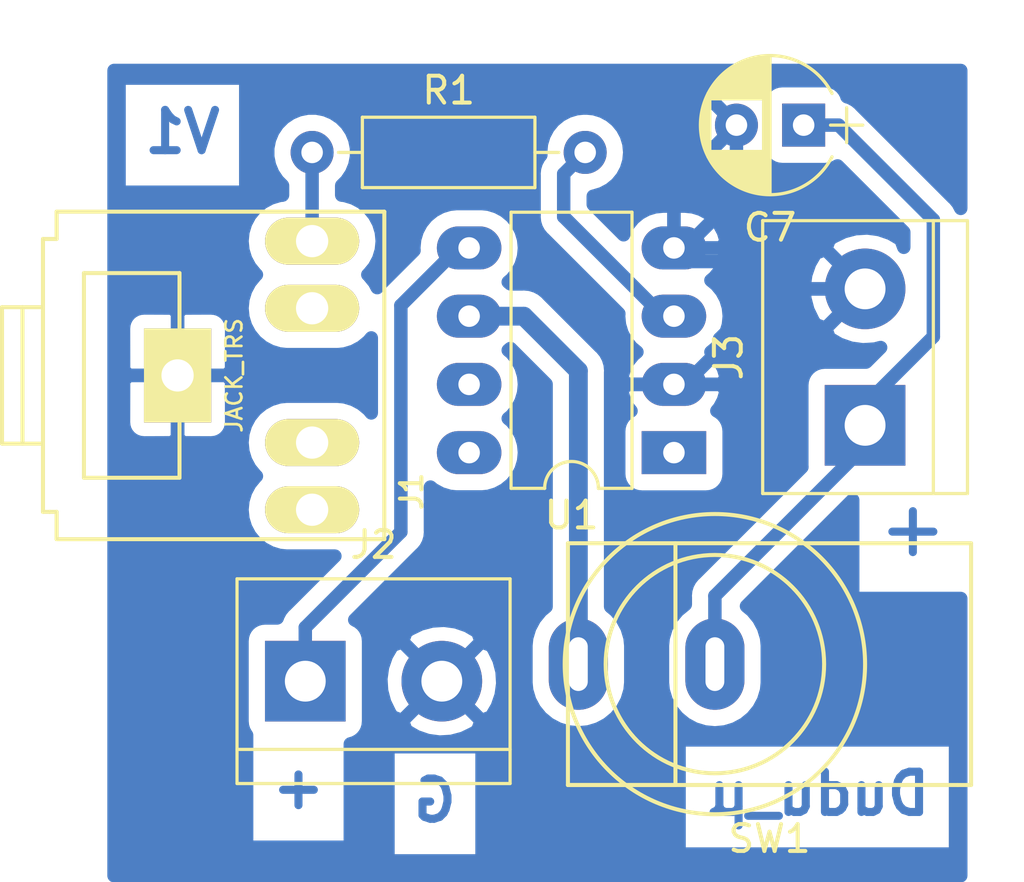
<source format=kicad_pcb>
(kicad_pcb (version 20171130) (host pcbnew "(5.1.2)-2")

  (general
    (thickness 1.6)
    (drawings 5)
    (tracks 51)
    (zones 0)
    (modules 7)
    (nets 13)
  )

  (page A4)
  (layers
    (0 F.Cu signal)
    (31 B.Cu signal)
    (32 B.Adhes user)
    (33 F.Adhes user)
    (34 B.Paste user)
    (35 F.Paste user)
    (36 B.SilkS user)
    (37 F.SilkS user)
    (38 B.Mask user)
    (39 F.Mask user)
    (40 Dwgs.User user)
    (41 Cmts.User user)
    (42 Eco1.User user)
    (43 Eco2.User user)
    (44 Edge.Cuts user)
    (45 Margin user)
    (46 B.CrtYd user)
    (47 F.CrtYd user)
    (48 B.Fab user)
    (49 F.Fab user)
  )

  (setup
    (last_trace_width 0.25)
    (trace_clearance 0.2)
    (zone_clearance 0.6)
    (zone_45_only no)
    (trace_min 0.2)
    (via_size 0.8)
    (via_drill 0.4)
    (via_min_size 0.4)
    (via_min_drill 0.3)
    (uvia_size 0.3)
    (uvia_drill 0.1)
    (uvias_allowed no)
    (uvia_min_size 0.2)
    (uvia_min_drill 0.1)
    (edge_width 0.05)
    (segment_width 0.2)
    (pcb_text_width 0.3)
    (pcb_text_size 1.5 1.5)
    (mod_edge_width 0.12)
    (mod_text_size 1 1)
    (mod_text_width 0.15)
    (pad_size 1.524 1.524)
    (pad_drill 0.762)
    (pad_to_mask_clearance 0.051)
    (solder_mask_min_width 0.25)
    (aux_axis_origin 0 0)
    (visible_elements 7FFFFFFF)
    (pcbplotparams
      (layerselection 0x00040_7ffffffe)
      (usegerberextensions false)
      (usegerberattributes false)
      (usegerberadvancedattributes false)
      (creategerberjobfile false)
      (excludeedgelayer true)
      (linewidth 0.100000)
      (plotframeref false)
      (viasonmask false)
      (mode 1)
      (useauxorigin false)
      (hpglpennumber 1)
      (hpglpenspeed 20)
      (hpglpendiameter 15.000000)
      (psnegative false)
      (psa4output false)
      (plotreference true)
      (plotvalue true)
      (plotinvisibletext false)
      (padsonsilk false)
      (subtractmaskfromsilk false)
      (outputformat 4)
      (mirror false)
      (drillshape 2)
      (scaleselection 1)
      (outputdirectory "Fotolitos/Placa Emissora/"))
  )

  (net 0 "")
  (net 1 GND)
  (net 2 "Net-(J1-Pad2)")
  (net 3 "Net-(J1-Pad3)")
  (net 4 "Net-(J1-Pad4)")
  (net 5 "Net-(J1-Pad5)")
  (net 6 VCC)
  (net 7 "Net-(C7-Pad1)")
  (net 8 "Net-(J2-Pad1)")
  (net 9 "Net-(R1-Pad2)")
  (net 10 "Net-(U1-Pad8)")
  (net 11 "Net-(U1-Pad7)")
  (net 12 "Net-(U1-Pad1)")

  (net_class Default "Esta é a classe de rede padrão."
    (clearance 0.2)
    (trace_width 0.25)
    (via_dia 0.8)
    (via_drill 0.4)
    (uvia_dia 0.3)
    (uvia_drill 0.1)
  )

  (net_class Kek ""
    (clearance 0.2)
    (trace_width 0.5)
    (via_dia 0.8)
    (via_drill 0.5)
    (uvia_dia 0.3)
    (uvia_drill 0.1)
    (add_net GND)
    (add_net "Net-(C7-Pad1)")
    (add_net "Net-(J1-Pad2)")
    (add_net "Net-(J1-Pad3)")
    (add_net "Net-(J1-Pad4)")
    (add_net "Net-(J1-Pad5)")
    (add_net "Net-(J2-Pad1)")
    (add_net "Net-(R1-Pad2)")
    (add_net "Net-(U1-Pad1)")
    (add_net "Net-(U1-Pad7)")
    (add_net "Net-(U1-Pad8)")
  )

  (net_class Vcc ""
    (clearance 0.2)
    (trace_width 0.7)
    (via_dia 0.8)
    (via_drill 0.4)
    (uvia_dia 0.3)
    (uvia_drill 0.1)
    (add_net VCC)
  )

  (module Capacitors_THT:CP_Radial_D5.0mm_P2.50mm (layer F.Cu) (tedit 597BC7C2) (tstamp 5DDD2CAB)
    (at 100.584 46.482 180)
    (descr "CP, Radial series, Radial, pin pitch=2.50mm, , diameter=5mm, Electrolytic Capacitor")
    (tags "CP Radial series Radial pin pitch 2.50mm  diameter 5mm Electrolytic Capacitor")
    (path /5DDE1F27)
    (fp_text reference C7 (at 1.25 -3.81) (layer F.SilkS)
      (effects (font (size 1 1) (thickness 0.15)))
    )
    (fp_text value CP_500nF_ou_Mais (at 1.25 3.81) (layer F.Fab)
      (effects (font (size 1 1) (thickness 0.15)))
    )
    (fp_text user %R (at 1.25 0) (layer F.Fab)
      (effects (font (size 1 1) (thickness 0.15)))
    )
    (fp_line (start 4.1 -2.85) (end -1.6 -2.85) (layer F.CrtYd) (width 0.05))
    (fp_line (start 4.1 2.85) (end 4.1 -2.85) (layer F.CrtYd) (width 0.05))
    (fp_line (start -1.6 2.85) (end 4.1 2.85) (layer F.CrtYd) (width 0.05))
    (fp_line (start -1.6 -2.85) (end -1.6 2.85) (layer F.CrtYd) (width 0.05))
    (fp_line (start -1.6 -0.65) (end -1.6 0.65) (layer F.SilkS) (width 0.12))
    (fp_line (start -2.2 0) (end -1 0) (layer F.SilkS) (width 0.12))
    (fp_line (start 3.811 -0.354) (end 3.811 0.354) (layer F.SilkS) (width 0.12))
    (fp_line (start 3.771 -0.559) (end 3.771 0.559) (layer F.SilkS) (width 0.12))
    (fp_line (start 3.731 -0.707) (end 3.731 0.707) (layer F.SilkS) (width 0.12))
    (fp_line (start 3.691 -0.829) (end 3.691 0.829) (layer F.SilkS) (width 0.12))
    (fp_line (start 3.651 -0.934) (end 3.651 0.934) (layer F.SilkS) (width 0.12))
    (fp_line (start 3.611 -1.028) (end 3.611 1.028) (layer F.SilkS) (width 0.12))
    (fp_line (start 3.571 -1.112) (end 3.571 1.112) (layer F.SilkS) (width 0.12))
    (fp_line (start 3.531 -1.189) (end 3.531 1.189) (layer F.SilkS) (width 0.12))
    (fp_line (start 3.491 -1.261) (end 3.491 1.261) (layer F.SilkS) (width 0.12))
    (fp_line (start 3.451 0.98) (end 3.451 1.327) (layer F.SilkS) (width 0.12))
    (fp_line (start 3.451 -1.327) (end 3.451 -0.98) (layer F.SilkS) (width 0.12))
    (fp_line (start 3.411 0.98) (end 3.411 1.39) (layer F.SilkS) (width 0.12))
    (fp_line (start 3.411 -1.39) (end 3.411 -0.98) (layer F.SilkS) (width 0.12))
    (fp_line (start 3.371 0.98) (end 3.371 1.448) (layer F.SilkS) (width 0.12))
    (fp_line (start 3.371 -1.448) (end 3.371 -0.98) (layer F.SilkS) (width 0.12))
    (fp_line (start 3.331 0.98) (end 3.331 1.504) (layer F.SilkS) (width 0.12))
    (fp_line (start 3.331 -1.504) (end 3.331 -0.98) (layer F.SilkS) (width 0.12))
    (fp_line (start 3.291 0.98) (end 3.291 1.556) (layer F.SilkS) (width 0.12))
    (fp_line (start 3.291 -1.556) (end 3.291 -0.98) (layer F.SilkS) (width 0.12))
    (fp_line (start 3.251 0.98) (end 3.251 1.606) (layer F.SilkS) (width 0.12))
    (fp_line (start 3.251 -1.606) (end 3.251 -0.98) (layer F.SilkS) (width 0.12))
    (fp_line (start 3.211 0.98) (end 3.211 1.654) (layer F.SilkS) (width 0.12))
    (fp_line (start 3.211 -1.654) (end 3.211 -0.98) (layer F.SilkS) (width 0.12))
    (fp_line (start 3.171 0.98) (end 3.171 1.699) (layer F.SilkS) (width 0.12))
    (fp_line (start 3.171 -1.699) (end 3.171 -0.98) (layer F.SilkS) (width 0.12))
    (fp_line (start 3.131 0.98) (end 3.131 1.742) (layer F.SilkS) (width 0.12))
    (fp_line (start 3.131 -1.742) (end 3.131 -0.98) (layer F.SilkS) (width 0.12))
    (fp_line (start 3.091 0.98) (end 3.091 1.783) (layer F.SilkS) (width 0.12))
    (fp_line (start 3.091 -1.783) (end 3.091 -0.98) (layer F.SilkS) (width 0.12))
    (fp_line (start 3.051 0.98) (end 3.051 1.823) (layer F.SilkS) (width 0.12))
    (fp_line (start 3.051 -1.823) (end 3.051 -0.98) (layer F.SilkS) (width 0.12))
    (fp_line (start 3.011 0.98) (end 3.011 1.861) (layer F.SilkS) (width 0.12))
    (fp_line (start 3.011 -1.861) (end 3.011 -0.98) (layer F.SilkS) (width 0.12))
    (fp_line (start 2.971 0.98) (end 2.971 1.897) (layer F.SilkS) (width 0.12))
    (fp_line (start 2.971 -1.897) (end 2.971 -0.98) (layer F.SilkS) (width 0.12))
    (fp_line (start 2.931 0.98) (end 2.931 1.932) (layer F.SilkS) (width 0.12))
    (fp_line (start 2.931 -1.932) (end 2.931 -0.98) (layer F.SilkS) (width 0.12))
    (fp_line (start 2.891 0.98) (end 2.891 1.965) (layer F.SilkS) (width 0.12))
    (fp_line (start 2.891 -1.965) (end 2.891 -0.98) (layer F.SilkS) (width 0.12))
    (fp_line (start 2.851 0.98) (end 2.851 1.997) (layer F.SilkS) (width 0.12))
    (fp_line (start 2.851 -1.997) (end 2.851 -0.98) (layer F.SilkS) (width 0.12))
    (fp_line (start 2.811 0.98) (end 2.811 2.028) (layer F.SilkS) (width 0.12))
    (fp_line (start 2.811 -2.028) (end 2.811 -0.98) (layer F.SilkS) (width 0.12))
    (fp_line (start 2.771 0.98) (end 2.771 2.058) (layer F.SilkS) (width 0.12))
    (fp_line (start 2.771 -2.058) (end 2.771 -0.98) (layer F.SilkS) (width 0.12))
    (fp_line (start 2.731 0.98) (end 2.731 2.086) (layer F.SilkS) (width 0.12))
    (fp_line (start 2.731 -2.086) (end 2.731 -0.98) (layer F.SilkS) (width 0.12))
    (fp_line (start 2.691 0.98) (end 2.691 2.113) (layer F.SilkS) (width 0.12))
    (fp_line (start 2.691 -2.113) (end 2.691 -0.98) (layer F.SilkS) (width 0.12))
    (fp_line (start 2.651 0.98) (end 2.651 2.14) (layer F.SilkS) (width 0.12))
    (fp_line (start 2.651 -2.14) (end 2.651 -0.98) (layer F.SilkS) (width 0.12))
    (fp_line (start 2.611 0.98) (end 2.611 2.165) (layer F.SilkS) (width 0.12))
    (fp_line (start 2.611 -2.165) (end 2.611 -0.98) (layer F.SilkS) (width 0.12))
    (fp_line (start 2.571 0.98) (end 2.571 2.189) (layer F.SilkS) (width 0.12))
    (fp_line (start 2.571 -2.189) (end 2.571 -0.98) (layer F.SilkS) (width 0.12))
    (fp_line (start 2.531 0.98) (end 2.531 2.212) (layer F.SilkS) (width 0.12))
    (fp_line (start 2.531 -2.212) (end 2.531 -0.98) (layer F.SilkS) (width 0.12))
    (fp_line (start 2.491 0.98) (end 2.491 2.234) (layer F.SilkS) (width 0.12))
    (fp_line (start 2.491 -2.234) (end 2.491 -0.98) (layer F.SilkS) (width 0.12))
    (fp_line (start 2.451 0.98) (end 2.451 2.256) (layer F.SilkS) (width 0.12))
    (fp_line (start 2.451 -2.256) (end 2.451 -0.98) (layer F.SilkS) (width 0.12))
    (fp_line (start 2.411 0.98) (end 2.411 2.276) (layer F.SilkS) (width 0.12))
    (fp_line (start 2.411 -2.276) (end 2.411 -0.98) (layer F.SilkS) (width 0.12))
    (fp_line (start 2.371 0.98) (end 2.371 2.296) (layer F.SilkS) (width 0.12))
    (fp_line (start 2.371 -2.296) (end 2.371 -0.98) (layer F.SilkS) (width 0.12))
    (fp_line (start 2.331 0.98) (end 2.331 2.315) (layer F.SilkS) (width 0.12))
    (fp_line (start 2.331 -2.315) (end 2.331 -0.98) (layer F.SilkS) (width 0.12))
    (fp_line (start 2.291 0.98) (end 2.291 2.333) (layer F.SilkS) (width 0.12))
    (fp_line (start 2.291 -2.333) (end 2.291 -0.98) (layer F.SilkS) (width 0.12))
    (fp_line (start 2.251 0.98) (end 2.251 2.35) (layer F.SilkS) (width 0.12))
    (fp_line (start 2.251 -2.35) (end 2.251 -0.98) (layer F.SilkS) (width 0.12))
    (fp_line (start 2.211 0.98) (end 2.211 2.366) (layer F.SilkS) (width 0.12))
    (fp_line (start 2.211 -2.366) (end 2.211 -0.98) (layer F.SilkS) (width 0.12))
    (fp_line (start 2.171 0.98) (end 2.171 2.382) (layer F.SilkS) (width 0.12))
    (fp_line (start 2.171 -2.382) (end 2.171 -0.98) (layer F.SilkS) (width 0.12))
    (fp_line (start 2.131 0.98) (end 2.131 2.396) (layer F.SilkS) (width 0.12))
    (fp_line (start 2.131 -2.396) (end 2.131 -0.98) (layer F.SilkS) (width 0.12))
    (fp_line (start 2.091 0.98) (end 2.091 2.41) (layer F.SilkS) (width 0.12))
    (fp_line (start 2.091 -2.41) (end 2.091 -0.98) (layer F.SilkS) (width 0.12))
    (fp_line (start 2.051 0.98) (end 2.051 2.424) (layer F.SilkS) (width 0.12))
    (fp_line (start 2.051 -2.424) (end 2.051 -0.98) (layer F.SilkS) (width 0.12))
    (fp_line (start 2.011 0.98) (end 2.011 2.436) (layer F.SilkS) (width 0.12))
    (fp_line (start 2.011 -2.436) (end 2.011 -0.98) (layer F.SilkS) (width 0.12))
    (fp_line (start 1.971 0.98) (end 1.971 2.448) (layer F.SilkS) (width 0.12))
    (fp_line (start 1.971 -2.448) (end 1.971 -0.98) (layer F.SilkS) (width 0.12))
    (fp_line (start 1.93 0.98) (end 1.93 2.46) (layer F.SilkS) (width 0.12))
    (fp_line (start 1.93 -2.46) (end 1.93 -0.98) (layer F.SilkS) (width 0.12))
    (fp_line (start 1.89 0.98) (end 1.89 2.47) (layer F.SilkS) (width 0.12))
    (fp_line (start 1.89 -2.47) (end 1.89 -0.98) (layer F.SilkS) (width 0.12))
    (fp_line (start 1.85 0.98) (end 1.85 2.48) (layer F.SilkS) (width 0.12))
    (fp_line (start 1.85 -2.48) (end 1.85 -0.98) (layer F.SilkS) (width 0.12))
    (fp_line (start 1.81 0.98) (end 1.81 2.489) (layer F.SilkS) (width 0.12))
    (fp_line (start 1.81 -2.489) (end 1.81 -0.98) (layer F.SilkS) (width 0.12))
    (fp_line (start 1.77 0.98) (end 1.77 2.498) (layer F.SilkS) (width 0.12))
    (fp_line (start 1.77 -2.498) (end 1.77 -0.98) (layer F.SilkS) (width 0.12))
    (fp_line (start 1.73 0.98) (end 1.73 2.506) (layer F.SilkS) (width 0.12))
    (fp_line (start 1.73 -2.506) (end 1.73 -0.98) (layer F.SilkS) (width 0.12))
    (fp_line (start 1.69 0.98) (end 1.69 2.513) (layer F.SilkS) (width 0.12))
    (fp_line (start 1.69 -2.513) (end 1.69 -0.98) (layer F.SilkS) (width 0.12))
    (fp_line (start 1.65 0.98) (end 1.65 2.519) (layer F.SilkS) (width 0.12))
    (fp_line (start 1.65 -2.519) (end 1.65 -0.98) (layer F.SilkS) (width 0.12))
    (fp_line (start 1.61 0.98) (end 1.61 2.525) (layer F.SilkS) (width 0.12))
    (fp_line (start 1.61 -2.525) (end 1.61 -0.98) (layer F.SilkS) (width 0.12))
    (fp_line (start 1.57 0.98) (end 1.57 2.531) (layer F.SilkS) (width 0.12))
    (fp_line (start 1.57 -2.531) (end 1.57 -0.98) (layer F.SilkS) (width 0.12))
    (fp_line (start 1.53 0.98) (end 1.53 2.535) (layer F.SilkS) (width 0.12))
    (fp_line (start 1.53 -2.535) (end 1.53 -0.98) (layer F.SilkS) (width 0.12))
    (fp_line (start 1.49 -2.539) (end 1.49 2.539) (layer F.SilkS) (width 0.12))
    (fp_line (start 1.45 -2.543) (end 1.45 2.543) (layer F.SilkS) (width 0.12))
    (fp_line (start 1.41 -2.546) (end 1.41 2.546) (layer F.SilkS) (width 0.12))
    (fp_line (start 1.37 -2.548) (end 1.37 2.548) (layer F.SilkS) (width 0.12))
    (fp_line (start 1.33 -2.549) (end 1.33 2.549) (layer F.SilkS) (width 0.12))
    (fp_line (start 1.29 -2.55) (end 1.29 2.55) (layer F.SilkS) (width 0.12))
    (fp_line (start 1.25 -2.55) (end 1.25 2.55) (layer F.SilkS) (width 0.12))
    (fp_line (start -1.6 -0.65) (end -1.6 0.65) (layer F.Fab) (width 0.1))
    (fp_line (start -2.2 0) (end -1 0) (layer F.Fab) (width 0.1))
    (fp_circle (center 1.25 0) (end 3.75 0) (layer F.Fab) (width 0.1))
    (fp_arc (start 1.25 0) (end 3.55558 -1.18) (angle 54.2) (layer F.SilkS) (width 0.12))
    (fp_arc (start 1.25 0) (end -1.05558 1.18) (angle -125.8) (layer F.SilkS) (width 0.12))
    (fp_arc (start 1.25 0) (end -1.05558 -1.18) (angle 125.8) (layer F.SilkS) (width 0.12))
    (pad 2 thru_hole circle (at 2.5 0 180) (size 1.6 1.6) (drill 0.8) (layers *.Cu *.Mask)
      (net 1 GND))
    (pad 1 thru_hole rect (at 0 0 180) (size 1.6 1.6) (drill 0.8) (layers *.Cu *.Mask)
      (net 7 "Net-(C7-Pad1)"))
    (model ${KISYS3DMOD}/Capacitors_THT.3dshapes/CP_Radial_D5.0mm_P2.50mm.wrl
      (at (xyz 0 0 0))
      (scale (xyz 1 1 1))
      (rotate (xyz 0 0 0))
    )
  )

  (module Connector:Tayda_3.5mm_stereo_TRS_jack_A-853 (layer F.Cu) (tedit 56D1364A) (tstamp 5DDD2911)
    (at 78.886 55.8 90)
    (path /5DD7CE74)
    (fp_text reference J1 (at -4.318 7.112 90) (layer F.SilkS)
      (effects (font (size 0.8 0.8) (thickness 0.15)))
    )
    (fp_text value JACK_TRS (at 0 0.508 90) (layer F.SilkS)
      (effects (font (size 0.6 0.6) (thickness 0.1)))
    )
    (fp_line (start -1.778 -1.524) (end -3.81 -1.524) (layer F.SilkS) (width 0.15))
    (fp_line (start -3.81 -1.524) (end -3.81 -5.08) (layer F.SilkS) (width 0.15))
    (fp_line (start -3.81 -5.08) (end 3.81 -5.08) (layer F.SilkS) (width 0.15))
    (fp_line (start 3.81 -5.08) (end 3.81 -1.524) (layer F.SilkS) (width 0.15))
    (fp_line (start 3.81 -1.524) (end 1.778 -1.524) (layer F.SilkS) (width 0.15))
    (fp_line (start -5.08 -6.096) (end -6.096 -6.096) (layer F.SilkS) (width 0.15))
    (fp_line (start 6.096 -6.096) (end 5.08 -6.096) (layer F.SilkS) (width 0.15))
    (fp_line (start -2.54 -8.128) (end -2.54 -6.604) (layer F.SilkS) (width 0.15))
    (fp_line (start 2.54 -6.604) (end 2.54 -8.128) (layer F.SilkS) (width 0.15))
    (fp_line (start -2.54 -7.366) (end 2.54 -7.366) (layer F.SilkS) (width 0.15))
    (fp_line (start -5.08 -6.096) (end -5.08 -6.35) (layer F.SilkS) (width 0.15))
    (fp_line (start -5.08 -6.35) (end -5.08 -6.604) (layer F.SilkS) (width 0.15))
    (fp_line (start -5.08 -6.604) (end 5.08 -6.604) (layer F.SilkS) (width 0.15))
    (fp_line (start 5.08 -6.604) (end 5.08 -6.096) (layer F.SilkS) (width 0.15))
    (fp_line (start -2.54 -8.128) (end 2.54 -8.128) (layer F.SilkS) (width 0.15))
    (fp_line (start -6.096 6.096) (end -6.096 -6.096) (layer F.SilkS) (width 0.15))
    (fp_line (start 6.096 -6.096) (end 6.096 6.096) (layer F.SilkS) (width 0.15))
    (fp_line (start 6.096 6.096) (end -6.096 6.096) (layer F.SilkS) (width 0.15))
    (pad 1 thru_hole rect (at 0 -1.596 90) (size 3.5 2.5) (drill 1.2) (layers *.Cu *.Mask F.SilkS)
      (net 1 GND))
    (pad 2 thru_hole oval (at 5 3.41 90) (size 1.75 3.5) (drill 1.2) (layers *.Cu *.Mask F.SilkS)
      (net 2 "Net-(J1-Pad2)"))
    (pad 3 thru_hole oval (at -5 3.41 90) (size 1.75 3.5) (drill 1.2) (layers *.Cu *.Mask F.SilkS)
      (net 3 "Net-(J1-Pad3)"))
    (pad 4 thru_hole oval (at 2.5 3.41 90) (size 1.75 3.5) (drill 1.2) (layers *.Cu *.Mask F.SilkS)
      (net 4 "Net-(J1-Pad4)"))
    (pad 5 thru_hole oval (at -2.5 3.41 90) (size 1.75 3.5) (drill 1.2) (layers *.Cu *.Mask F.SilkS)
      (net 5 "Net-(J1-Pad5)"))
  )

  (module Connectors_Terminal_Blocks:TerminalBlock_bornier-2_P5.08mm (layer F.Cu) (tedit 59FF03AB) (tstamp 5DDD2926)
    (at 82.042 67.183)
    (descr "simple 2-pin terminal block, pitch 5.08mm, revamped version of bornier2")
    (tags "terminal block bornier2")
    (path /5DDCFC89)
    (fp_text reference J2 (at 2.54 -5.08) (layer F.SilkS)
      (effects (font (size 1 1) (thickness 0.15)))
    )
    (fp_text value Screw_Terminal_Laser (at 2.54 5.08) (layer F.Fab)
      (effects (font (size 1 1) (thickness 0.15)))
    )
    (fp_line (start 7.79 4) (end -2.71 4) (layer F.CrtYd) (width 0.05))
    (fp_line (start 7.79 4) (end 7.79 -4) (layer F.CrtYd) (width 0.05))
    (fp_line (start -2.71 -4) (end -2.71 4) (layer F.CrtYd) (width 0.05))
    (fp_line (start -2.71 -4) (end 7.79 -4) (layer F.CrtYd) (width 0.05))
    (fp_line (start -2.54 3.81) (end 7.62 3.81) (layer F.SilkS) (width 0.12))
    (fp_line (start -2.54 -3.81) (end -2.54 3.81) (layer F.SilkS) (width 0.12))
    (fp_line (start 7.62 -3.81) (end -2.54 -3.81) (layer F.SilkS) (width 0.12))
    (fp_line (start 7.62 3.81) (end 7.62 -3.81) (layer F.SilkS) (width 0.12))
    (fp_line (start 7.62 2.54) (end -2.54 2.54) (layer F.SilkS) (width 0.12))
    (fp_line (start 7.54 -3.75) (end -2.46 -3.75) (layer F.Fab) (width 0.1))
    (fp_line (start 7.54 3.75) (end 7.54 -3.75) (layer F.Fab) (width 0.1))
    (fp_line (start -2.46 3.75) (end 7.54 3.75) (layer F.Fab) (width 0.1))
    (fp_line (start -2.46 -3.75) (end -2.46 3.75) (layer F.Fab) (width 0.1))
    (fp_line (start -2.41 2.55) (end 7.49 2.55) (layer F.Fab) (width 0.1))
    (fp_text user %R (at 2.54 0) (layer F.Fab)
      (effects (font (size 1 1) (thickness 0.15)))
    )
    (pad 2 thru_hole circle (at 5.08 0) (size 3 3) (drill 1.52) (layers *.Cu *.Mask)
      (net 1 GND))
    (pad 1 thru_hole rect (at 0 0) (size 3 3) (drill 1.52) (layers *.Cu *.Mask)
      (net 8 "Net-(J2-Pad1)"))
    (model ${KISYS3DMOD}/Terminal_Blocks.3dshapes/TerminalBlock_bornier-2_P5.08mm.wrl
      (offset (xyz 2.539999961853027 0 0))
      (scale (xyz 1 1 1))
      (rotate (xyz 0 0 0))
    )
  )

  (module Connectors_Terminal_Blocks:TerminalBlock_bornier-2_P5.08mm (layer F.Cu) (tedit 59FF03AB) (tstamp 5DDD293B)
    (at 102.87 57.658 90)
    (descr "simple 2-pin terminal block, pitch 5.08mm, revamped version of bornier2")
    (tags "terminal block bornier2")
    (path /5DDE2C1D)
    (fp_text reference J3 (at 2.54 -5.08 90) (layer F.SilkS)
      (effects (font (size 1 1) (thickness 0.15)))
    )
    (fp_text value Screw_Terminal_Fonte (at 2.54 5.08 90) (layer F.Fab)
      (effects (font (size 1 1) (thickness 0.15)))
    )
    (fp_text user %R (at 2.54 0 90) (layer F.Fab)
      (effects (font (size 1 1) (thickness 0.15)))
    )
    (fp_line (start -2.41 2.55) (end 7.49 2.55) (layer F.Fab) (width 0.1))
    (fp_line (start -2.46 -3.75) (end -2.46 3.75) (layer F.Fab) (width 0.1))
    (fp_line (start -2.46 3.75) (end 7.54 3.75) (layer F.Fab) (width 0.1))
    (fp_line (start 7.54 3.75) (end 7.54 -3.75) (layer F.Fab) (width 0.1))
    (fp_line (start 7.54 -3.75) (end -2.46 -3.75) (layer F.Fab) (width 0.1))
    (fp_line (start 7.62 2.54) (end -2.54 2.54) (layer F.SilkS) (width 0.12))
    (fp_line (start 7.62 3.81) (end 7.62 -3.81) (layer F.SilkS) (width 0.12))
    (fp_line (start 7.62 -3.81) (end -2.54 -3.81) (layer F.SilkS) (width 0.12))
    (fp_line (start -2.54 -3.81) (end -2.54 3.81) (layer F.SilkS) (width 0.12))
    (fp_line (start -2.54 3.81) (end 7.62 3.81) (layer F.SilkS) (width 0.12))
    (fp_line (start -2.71 -4) (end 7.79 -4) (layer F.CrtYd) (width 0.05))
    (fp_line (start -2.71 -4) (end -2.71 4) (layer F.CrtYd) (width 0.05))
    (fp_line (start 7.79 4) (end 7.79 -4) (layer F.CrtYd) (width 0.05))
    (fp_line (start 7.79 4) (end -2.71 4) (layer F.CrtYd) (width 0.05))
    (pad 1 thru_hole rect (at 0 0 90) (size 3 3) (drill 1.52) (layers *.Cu *.Mask)
      (net 7 "Net-(C7-Pad1)"))
    (pad 2 thru_hole circle (at 5.08 0 90) (size 3 3) (drill 1.52) (layers *.Cu *.Mask)
      (net 1 GND))
    (model ${KISYS3DMOD}/Terminal_Blocks.3dshapes/TerminalBlock_bornier-2_P5.08mm.wrl
      (offset (xyz 2.539999961853027 0 0))
      (scale (xyz 1 1 1))
      (rotate (xyz 0 0 0))
    )
  )

  (module Resistors_THT:R_Axial_DIN0207_L6.3mm_D2.5mm_P10.16mm_Horizontal (layer F.Cu) (tedit 5874F706) (tstamp 5DDD2951)
    (at 82.296 47.498)
    (descr "Resistor, Axial_DIN0207 series, Axial, Horizontal, pin pitch=10.16mm, 0.25W = 1/4W, length*diameter=6.3*2.5mm^2, http://cdn-reichelt.de/documents/datenblatt/B400/1_4W%23YAG.pdf")
    (tags "Resistor Axial_DIN0207 series Axial Horizontal pin pitch 10.16mm 0.25W = 1/4W length 6.3mm diameter 2.5mm")
    (path /5DDD6288)
    (fp_text reference R1 (at 5.08 -2.31) (layer F.SilkS)
      (effects (font (size 1 1) (thickness 0.15)))
    )
    (fp_text value R_10K (at 5.08 2.31) (layer F.Fab)
      (effects (font (size 1 1) (thickness 0.15)))
    )
    (fp_line (start 11.25 -1.6) (end -1.05 -1.6) (layer F.CrtYd) (width 0.05))
    (fp_line (start 11.25 1.6) (end 11.25 -1.6) (layer F.CrtYd) (width 0.05))
    (fp_line (start -1.05 1.6) (end 11.25 1.6) (layer F.CrtYd) (width 0.05))
    (fp_line (start -1.05 -1.6) (end -1.05 1.6) (layer F.CrtYd) (width 0.05))
    (fp_line (start 9.18 0) (end 8.29 0) (layer F.SilkS) (width 0.12))
    (fp_line (start 0.98 0) (end 1.87 0) (layer F.SilkS) (width 0.12))
    (fp_line (start 8.29 -1.31) (end 1.87 -1.31) (layer F.SilkS) (width 0.12))
    (fp_line (start 8.29 1.31) (end 8.29 -1.31) (layer F.SilkS) (width 0.12))
    (fp_line (start 1.87 1.31) (end 8.29 1.31) (layer F.SilkS) (width 0.12))
    (fp_line (start 1.87 -1.31) (end 1.87 1.31) (layer F.SilkS) (width 0.12))
    (fp_line (start 10.16 0) (end 8.23 0) (layer F.Fab) (width 0.1))
    (fp_line (start 0 0) (end 1.93 0) (layer F.Fab) (width 0.1))
    (fp_line (start 8.23 -1.25) (end 1.93 -1.25) (layer F.Fab) (width 0.1))
    (fp_line (start 8.23 1.25) (end 8.23 -1.25) (layer F.Fab) (width 0.1))
    (fp_line (start 1.93 1.25) (end 8.23 1.25) (layer F.Fab) (width 0.1))
    (fp_line (start 1.93 -1.25) (end 1.93 1.25) (layer F.Fab) (width 0.1))
    (pad 2 thru_hole oval (at 10.16 0) (size 1.6 1.6) (drill 0.8) (layers *.Cu *.Mask)
      (net 9 "Net-(R1-Pad2)"))
    (pad 1 thru_hole circle (at 0 0) (size 1.6 1.6) (drill 0.8) (layers *.Cu *.Mask)
      (net 2 "Net-(J1-Pad2)"))
    (model ${KISYS3DMOD}/Resistors_THT.3dshapes/R_Axial_DIN0207_L6.3mm_D2.5mm_P10.16mm_Horizontal.wrl
      (at (xyz 0 0 0))
      (scale (xyz 0.393701 0.393701 0.393701))
      (rotate (xyz 0 0 0))
    )
  )

  (module Connector:BotaoOnOffMenor (layer F.Cu) (tedit 5DDD25A8) (tstamp 5DDD382E)
    (at 99.314 66.548)
    (path /5DDD0F13)
    (fp_text reference SW1 (at 0 6.5) (layer F.SilkS)
      (effects (font (size 1 1) (thickness 0.15)))
    )
    (fp_text value SW_SPST (at 0 -6.35) (layer F.Fab)
      (effects (font (size 1 1) (thickness 0.15)))
    )
    (fp_line (start -7.5 4.5) (end 7 4.5) (layer F.SilkS) (width 0.15))
    (fp_line (start 7 4.5) (end 7.5 4.5) (layer F.SilkS) (width 0.15))
    (fp_line (start 7.5 4.5) (end 7.5 -4.5) (layer F.SilkS) (width 0.15))
    (fp_line (start 7.5 -4.5) (end -7.5 -4.5) (layer F.SilkS) (width 0.15))
    (fp_line (start -7.5 -4.5) (end -7.5 4.5) (layer F.SilkS) (width 0.15))
    (fp_line (start -7.5 4.5) (end -3.5 4.5) (layer F.SilkS) (width 0.15))
    (fp_line (start -3.5 4.5) (end -3.5 -4.5) (layer F.SilkS) (width 0.15))
    (fp_circle (center -2.032 0) (end -7.62 0) (layer F.SilkS) (width 0.15))
    (fp_circle (center -2.032 0) (end -2.032 -4.064) (layer F.SilkS) (width 0.15))
    (pad 1 thru_hole oval (at -7.112 0) (size 2.2 3.4) (drill oval 0.7 2) (layers *.Cu *.Mask)
      (net 6 VCC))
    (pad 2 thru_hole oval (at -2.032 0) (size 2.2 3.4) (drill oval 0.7 2) (layers *.Cu *.Mask)
      (net 7 "Net-(C7-Pad1)"))
  )

  (module Housings_DIP:DIP-8_W7.62mm_LongPads (layer F.Cu) (tedit 59C78D6B) (tstamp 5DDD297C)
    (at 95.758 58.674 180)
    (descr "8-lead though-hole mounted DIP package, row spacing 7.62 mm (300 mils), LongPads")
    (tags "THT DIP DIL PDIP 2.54mm 7.62mm 300mil LongPads")
    (path /5DD6A93C)
    (fp_text reference U1 (at 3.81 -2.33) (layer F.SilkS)
      (effects (font (size 1 1) (thickness 0.15)))
    )
    (fp_text value LM386 (at 3.81 9.95) (layer F.Fab)
      (effects (font (size 1 1) (thickness 0.15)))
    )
    (fp_text user %R (at 3.81 3.81) (layer F.Fab)
      (effects (font (size 1 1) (thickness 0.15)))
    )
    (fp_line (start 9.1 -1.55) (end -1.45 -1.55) (layer F.CrtYd) (width 0.05))
    (fp_line (start 9.1 9.15) (end 9.1 -1.55) (layer F.CrtYd) (width 0.05))
    (fp_line (start -1.45 9.15) (end 9.1 9.15) (layer F.CrtYd) (width 0.05))
    (fp_line (start -1.45 -1.55) (end -1.45 9.15) (layer F.CrtYd) (width 0.05))
    (fp_line (start 6.06 -1.33) (end 4.81 -1.33) (layer F.SilkS) (width 0.12))
    (fp_line (start 6.06 8.95) (end 6.06 -1.33) (layer F.SilkS) (width 0.12))
    (fp_line (start 1.56 8.95) (end 6.06 8.95) (layer F.SilkS) (width 0.12))
    (fp_line (start 1.56 -1.33) (end 1.56 8.95) (layer F.SilkS) (width 0.12))
    (fp_line (start 2.81 -1.33) (end 1.56 -1.33) (layer F.SilkS) (width 0.12))
    (fp_line (start 0.635 -0.27) (end 1.635 -1.27) (layer F.Fab) (width 0.1))
    (fp_line (start 0.635 8.89) (end 0.635 -0.27) (layer F.Fab) (width 0.1))
    (fp_line (start 6.985 8.89) (end 0.635 8.89) (layer F.Fab) (width 0.1))
    (fp_line (start 6.985 -1.27) (end 6.985 8.89) (layer F.Fab) (width 0.1))
    (fp_line (start 1.635 -1.27) (end 6.985 -1.27) (layer F.Fab) (width 0.1))
    (fp_arc (start 3.81 -1.33) (end 2.81 -1.33) (angle -180) (layer F.SilkS) (width 0.12))
    (pad 8 thru_hole oval (at 7.62 0 180) (size 2.4 1.6) (drill 0.8) (layers *.Cu *.Mask)
      (net 10 "Net-(U1-Pad8)"))
    (pad 4 thru_hole oval (at 0 7.62 180) (size 2.4 1.6) (drill 0.8) (layers *.Cu *.Mask)
      (net 1 GND))
    (pad 7 thru_hole oval (at 7.62 2.54 180) (size 2.4 1.6) (drill 0.8) (layers *.Cu *.Mask)
      (net 11 "Net-(U1-Pad7)"))
    (pad 3 thru_hole oval (at 0 5.08 180) (size 2.4 1.6) (drill 0.8) (layers *.Cu *.Mask)
      (net 9 "Net-(R1-Pad2)"))
    (pad 6 thru_hole oval (at 7.62 5.08 180) (size 2.4 1.6) (drill 0.8) (layers *.Cu *.Mask)
      (net 6 VCC))
    (pad 2 thru_hole oval (at 0 2.54 180) (size 2.4 1.6) (drill 0.8) (layers *.Cu *.Mask)
      (net 1 GND))
    (pad 5 thru_hole oval (at 7.62 7.62 180) (size 2.4 1.6) (drill 0.8) (layers *.Cu *.Mask)
      (net 8 "Net-(J2-Pad1)"))
    (pad 1 thru_hole rect (at 0 0 180) (size 2.4 1.6) (drill 0.8) (layers *.Cu *.Mask)
      (net 12 "Net-(U1-Pad1)"))
    (model ${KISYS3DMOD}/Housings_DIP.3dshapes/DIP-8_W7.62mm.wrl
      (at (xyz 0 0 0))
      (scale (xyz 1 1 1))
      (rotate (xyz 0 0 0))
    )
  )

  (gr_text V1 (at 77.47 46.736) (layer B.Cu) (tstamp 5DDD3886)
    (effects (font (size 1.5 1.5) (thickness 0.3)) (justify mirror))
  )
  (gr_text + (at 104.648 61.468) (layer B.Cu) (tstamp 5DDD385F)
    (effects (font (size 2 2) (thickness 0.3)) (justify mirror))
  )
  (gr_text "G\n" (at 86.868 71.628) (layer B.Cu)
    (effects (font (size 1.5 1.5) (thickness 0.3)) (justify mirror))
  )
  (gr_text + (at 81.788 71.12) (layer B.Cu)
    (effects (font (size 1.5 1.5) (thickness 0.3)) (justify mirror))
  )
  (gr_text Dudu_μ (at 101.092 71.374) (layer B.Cu)
    (effects (font (size 1.5 1.5) (thickness 0.3)) (justify mirror))
  )

  (segment (start 96.158 51.054) (end 95.758 51.054) (width 0.5) (layer B.Cu) (net 1))
  (segment (start 98.084 49.128) (end 96.158 51.054) (width 0.5) (layer B.Cu) (net 1))
  (segment (start 98.084 46.482) (end 98.084 49.128) (width 0.5) (layer B.Cu) (net 1))
  (segment (start 99.42 49.128) (end 102.87 52.578) (width 0.5) (layer B.Cu) (net 1))
  (segment (start 98.084 49.128) (end 99.42 49.128) (width 0.5) (layer B.Cu) (net 1))
  (segment (start 96.158 56.134) (end 95.758 56.134) (width 0.5) (layer B.Cu) (net 1))
  (segment (start 97.458 54.834) (end 96.158 56.134) (width 0.5) (layer B.Cu) (net 1))
  (segment (start 97.458 54.434) (end 97.458 54.834) (width 0.5) (layer B.Cu) (net 1))
  (segment (start 99.314 52.578) (end 97.458 54.434) (width 0.5) (layer B.Cu) (net 1))
  (segment (start 102.87 52.578) (end 99.314 52.578) (width 0.5) (layer B.Cu) (net 1))
  (segment (start 88.621999 68.682999) (end 87.122 67.183) (width 0.5) (layer B.Cu) (net 1))
  (segment (start 89.535 69.596) (end 88.621999 68.682999) (width 0.5) (layer B.Cu) (net 1))
  (segment (start 93.726 56.134) (end 93.472 56.388) (width 0.5) (layer B.Cu) (net 1))
  (segment (start 95.758 56.134) (end 93.726 56.134) (width 0.5) (layer B.Cu) (net 1))
  (segment (start 93.472 60.96) (end 94.234 61.722) (width 0.5) (layer B.Cu) (net 1))
  (segment (start 93.472 56.388) (end 93.472 60.96) (width 0.5) (layer B.Cu) (net 1))
  (segment (start 94.234 61.722) (end 94.234 69.596) (width 0.5) (layer B.Cu) (net 1))
  (segment (start 94.234 69.596) (end 89.535 69.596) (width 0.5) (layer B.Cu) (net 1))
  (segment (start 84.7725 69.5325) (end 87.122 67.183) (width 0.5) (layer B.Cu) (net 1))
  (segment (start 77.29 55.8) (end 77.29 67.13) (width 0.5) (layer B.Cu) (net 1))
  (segment (start 100.74868 52.578) (end 102.87 52.578) (width 0.5) (layer B.Cu) (net 1))
  (segment (start 99.06 52.578) (end 100.74868 52.578) (width 0.5) (layer B.Cu) (net 1))
  (segment (start 98.044 51.562) (end 99.06 52.578) (width 0.5) (layer B.Cu) (net 1))
  (segment (start 95.758 51.054) (end 96.266 51.562) (width 0.5) (layer B.Cu) (net 1))
  (segment (start 96.266 51.562) (end 98.044 51.562) (width 0.5) (layer B.Cu) (net 1))
  (segment (start 78.994 68.834) (end 78.994 73.406) (width 0.5) (layer B.Cu) (net 1))
  (segment (start 77.29 67.13) (end 78.994 68.834) (width 0.5) (layer B.Cu) (net 1))
  (segment (start 78.994 73.406) (end 84.836 73.406) (width 0.5) (layer B.Cu) (net 1))
  (segment (start 84.7725 73.3425) (end 84.7725 69.5325) (width 0.5) (layer B.Cu) (net 1))
  (segment (start 84.836 73.406) (end 84.7725 73.3425) (width 0.5) (layer B.Cu) (net 1))
  (segment (start 82.296 47.498) (end 82.296 50.8) (width 0.5) (layer B.Cu) (net 2))
  (segment (start 90.17 53.594) (end 88.138 53.594) (width 0.7) (layer B.Cu) (net 6))
  (segment (start 92.202 66.548) (end 92.202 55.626) (width 0.7) (layer B.Cu) (net 6))
  (segment (start 92.202 55.626) (end 90.17 53.594) (width 0.7) (layer B.Cu) (net 6))
  (segment (start 97.282 64.008) (end 97.282 66.548) (width 0.5) (layer B.Cu) (net 7))
  (segment (start 102.87 57.658) (end 102.87 58.42) (width 0.5) (layer B.Cu) (net 7))
  (segment (start 102.87 58.42) (end 97.282 64.008) (width 0.5) (layer B.Cu) (net 7))
  (segment (start 102.87 56.896) (end 102.87 57.658) (width 0.5) (layer B.Cu) (net 7))
  (segment (start 105.41 54.356) (end 102.87 56.896) (width 0.5) (layer B.Cu) (net 7))
  (segment (start 105.41 50.008) (end 105.41 54.356) (width 0.5) (layer B.Cu) (net 7))
  (segment (start 100.584 46.482) (end 101.884 46.482) (width 0.5) (layer B.Cu) (net 7))
  (segment (start 101.884 46.482) (end 105.41 50.008) (width 0.5) (layer B.Cu) (net 7))
  (segment (start 82.042 65.183) (end 82.042 67.183) (width 0.5) (layer B.Cu) (net 8))
  (segment (start 85.598 61.627) (end 82.042 65.183) (width 0.5) (layer B.Cu) (net 8))
  (segment (start 85.598 53.194) (end 85.598 61.627) (width 0.5) (layer B.Cu) (net 8))
  (segment (start 88.138 51.054) (end 87.738 51.054) (width 0.5) (layer B.Cu) (net 8))
  (segment (start 87.738 51.054) (end 85.598 53.194) (width 0.5) (layer B.Cu) (net 8))
  (segment (start 95.358 53.594) (end 95.758 53.594) (width 0.5) (layer B.Cu) (net 9))
  (segment (start 91.656001 49.892001) (end 95.358 53.594) (width 0.5) (layer B.Cu) (net 9))
  (segment (start 91.656001 48.297999) (end 91.656001 49.892001) (width 0.5) (layer B.Cu) (net 9))
  (segment (start 92.456 47.498) (end 91.656001 48.297999) (width 0.5) (layer B.Cu) (net 9))

  (zone (net 1) (net_name GND) (layer B.Cu) (tstamp 5DDD9450) (hatch edge 0.508)
    (connect_pads (clearance 0.6))
    (min_thickness 0.5)
    (fill yes (arc_segments 32) (thermal_gap 0.508) (thermal_bridge_width 0.508))
    (polygon
      (pts
        (xy 74.676 74.676) (xy 74.676 44.196) (xy 106.68 44.196) (xy 106.68 74.676)
      )
    )
    (filled_polygon
      (pts
        (xy 106.43 49.582797) (xy 106.369182 49.469013) (xy 106.329042 49.393915) (xy 106.226026 49.268391) (xy 106.191581 49.226419)
        (xy 106.149606 49.191971) (xy 102.700033 45.742399) (xy 102.665581 45.700419) (xy 102.498084 45.562958) (xy 102.306988 45.460816)
        (xy 102.194831 45.426793) (xy 102.173097 45.355145) (xy 102.094168 45.207481) (xy 101.987948 45.078052) (xy 101.858519 44.971832)
        (xy 101.710855 44.892903) (xy 101.550629 44.8443) (xy 101.384 44.827888) (xy 99.784 44.827888) (xy 99.617371 44.8443)
        (xy 99.457145 44.892903) (xy 99.309481 44.971832) (xy 99.180052 45.078052) (xy 99.073832 45.207481) (xy 99.018676 45.31067)
        (xy 99.000961 45.213106) (xy 98.735793 45.058598) (xy 98.445577 44.958789) (xy 98.141466 44.917517) (xy 97.835146 44.936367)
        (xy 97.538389 45.014615) (xy 97.262601 45.149254) (xy 97.167039 45.213106) (xy 97.113827 45.50617) (xy 98.084 46.476343)
        (xy 98.098142 46.462201) (xy 98.103799 46.467858) (xy 98.089657 46.482) (xy 98.103799 46.496142) (xy 98.098142 46.501799)
        (xy 98.084 46.487657) (xy 97.113827 47.45783) (xy 97.167039 47.750894) (xy 97.432207 47.905402) (xy 97.722423 48.005211)
        (xy 98.026534 48.046483) (xy 98.332854 48.027633) (xy 98.629611 47.949385) (xy 98.905399 47.814746) (xy 99.000961 47.750894)
        (xy 99.018676 47.65333) (xy 99.073832 47.756519) (xy 99.180052 47.885948) (xy 99.309481 47.992168) (xy 99.457145 48.071097)
        (xy 99.617371 48.1197) (xy 99.784 48.136112) (xy 101.384 48.136112) (xy 101.550629 48.1197) (xy 101.710855 48.071097)
        (xy 101.845495 47.999129) (xy 104.31 50.463635) (xy 104.31 51.031543) (xy 104.200402 50.740053) (xy 103.816274 50.51582)
        (xy 103.39578 50.370835) (xy 102.955081 50.310671) (xy 102.511112 50.337638) (xy 102.080935 50.450702) (xy 101.681081 50.645516)
        (xy 101.539598 50.740053) (xy 101.402456 51.104799) (xy 102.87 52.572343) (xy 102.884142 52.558201) (xy 102.889799 52.563858)
        (xy 102.875657 52.578) (xy 102.889799 52.592142) (xy 102.884142 52.597799) (xy 102.87 52.583657) (xy 101.402456 54.051201)
        (xy 101.539598 54.415947) (xy 101.923726 54.64018) (xy 102.34422 54.785165) (xy 102.784919 54.845329) (xy 103.228888 54.818362)
        (xy 103.450161 54.760205) (xy 102.906478 55.303888) (xy 101.37 55.303888) (xy 101.203371 55.3203) (xy 101.043145 55.368903)
        (xy 100.895481 55.447832) (xy 100.766052 55.554052) (xy 100.659832 55.683481) (xy 100.580903 55.831145) (xy 100.5323 55.991371)
        (xy 100.515888 56.158) (xy 100.515888 59.158) (xy 100.521311 59.213055) (xy 96.542399 63.191967) (xy 96.500419 63.226419)
        (xy 96.362958 63.393916) (xy 96.260816 63.585013) (xy 96.197916 63.792363) (xy 96.182 63.953964) (xy 96.176678 64.008)
        (xy 96.182 64.062034) (xy 96.182 64.328141) (xy 95.89647 64.56247) (xy 95.652789 64.859396) (xy 95.471718 65.198158)
        (xy 95.360215 65.565734) (xy 95.332 65.852206) (xy 95.332 67.243795) (xy 95.360215 67.530267) (xy 95.471719 67.897843)
        (xy 95.65279 68.236604) (xy 95.896471 68.53353) (xy 96.193397 68.777211) (xy 96.532158 68.958282) (xy 96.899734 69.069785)
        (xy 97.282 69.107435) (xy 97.664267 69.069785) (xy 98.031843 68.958282) (xy 98.370604 68.777211) (xy 98.66753 68.53353)
        (xy 98.911211 68.236604) (xy 99.092282 67.897843) (xy 99.203785 67.530266) (xy 99.232 67.243794) (xy 99.232 65.852205)
        (xy 99.203785 65.565733) (xy 99.092282 65.198157) (xy 98.911211 64.859396) (xy 98.66753 64.56247) (xy 98.456419 64.389215)
        (xy 102.409905 60.43573) (xy 102.409905 64.103) (xy 106.43 64.103) (xy 106.43 74.426) (xy 74.926 74.426)
        (xy 74.926 57.55) (xy 75.278332 57.55) (xy 75.292967 57.698594) (xy 75.336311 57.841478) (xy 75.406696 57.97316)
        (xy 75.501419 58.088581) (xy 75.61684 58.183304) (xy 75.748522 58.253689) (xy 75.891406 58.297033) (xy 76.04 58.311668)
        (xy 77.0965 58.308) (xy 77.286 58.1185) (xy 77.286 55.804) (xy 77.294 55.804) (xy 77.294 58.1185)
        (xy 77.4835 58.308) (xy 78.54 58.311668) (xy 78.688594 58.297033) (xy 78.831478 58.253689) (xy 78.96316 58.183304)
        (xy 79.078581 58.088581) (xy 79.173304 57.97316) (xy 79.243689 57.841478) (xy 79.287033 57.698594) (xy 79.301668 57.55)
        (xy 79.298 55.9935) (xy 79.1085 55.804) (xy 77.294 55.804) (xy 77.286 55.804) (xy 75.4715 55.804)
        (xy 75.282 55.9935) (xy 75.278332 57.55) (xy 74.926 57.55) (xy 74.926 54.05) (xy 75.278332 54.05)
        (xy 75.282 55.6065) (xy 75.4715 55.796) (xy 77.286 55.796) (xy 77.286 53.4815) (xy 77.294 53.4815)
        (xy 77.294 55.796) (xy 79.1085 55.796) (xy 79.298 55.6065) (xy 79.301668 54.05) (xy 79.287033 53.901406)
        (xy 79.243689 53.758522) (xy 79.173304 53.62684) (xy 79.078581 53.511419) (xy 78.96316 53.416696) (xy 78.831478 53.346311)
        (xy 78.688594 53.302967) (xy 78.54 53.288332) (xy 77.4835 53.292) (xy 77.294 53.4815) (xy 77.286 53.4815)
        (xy 77.0965 53.292) (xy 76.04 53.288332) (xy 75.891406 53.302967) (xy 75.748522 53.346311) (xy 75.61684 53.416696)
        (xy 75.501419 53.511419) (xy 75.406696 53.62684) (xy 75.336311 53.758522) (xy 75.292967 53.901406) (xy 75.278332 54.05)
        (xy 74.926 54.05) (xy 74.926 50.8) (xy 79.687654 50.8) (xy 79.72096 51.138159) (xy 79.819597 51.463323)
        (xy 79.979775 51.762995) (xy 80.195339 52.025661) (xy 80.224996 52.05) (xy 80.195339 52.074339) (xy 79.979775 52.337005)
        (xy 79.819597 52.636677) (xy 79.72096 52.961841) (xy 79.687654 53.3) (xy 79.72096 53.638159) (xy 79.819597 53.963323)
        (xy 79.979775 54.262995) (xy 80.195339 54.525661) (xy 80.458005 54.741225) (xy 80.757677 54.901403) (xy 81.082841 55.00004)
        (xy 81.336262 55.025) (xy 83.255738 55.025) (xy 83.509159 55.00004) (xy 83.834323 54.901403) (xy 84.133995 54.741225)
        (xy 84.396661 54.525661) (xy 84.498 54.402179) (xy 84.498 57.197822) (xy 84.396661 57.074339) (xy 84.133995 56.858775)
        (xy 83.834323 56.698597) (xy 83.509159 56.59996) (xy 83.255738 56.575) (xy 81.336262 56.575) (xy 81.082841 56.59996)
        (xy 80.757677 56.698597) (xy 80.458005 56.858775) (xy 80.195339 57.074339) (xy 79.979775 57.337005) (xy 79.819597 57.636677)
        (xy 79.72096 57.961841) (xy 79.687654 58.3) (xy 79.72096 58.638159) (xy 79.819597 58.963323) (xy 79.979775 59.262995)
        (xy 80.195339 59.525661) (xy 80.224996 59.55) (xy 80.195339 59.574339) (xy 79.979775 59.837005) (xy 79.819597 60.136677)
        (xy 79.72096 60.461841) (xy 79.687654 60.8) (xy 79.72096 61.138159) (xy 79.819597 61.463323) (xy 79.979775 61.762995)
        (xy 80.195339 62.025661) (xy 80.458005 62.241225) (xy 80.757677 62.401403) (xy 81.082841 62.50004) (xy 81.336262 62.525)
        (xy 83.144365 62.525) (xy 81.302399 64.366967) (xy 81.260419 64.401419) (xy 81.122958 64.568916) (xy 81.020816 64.760013)
        (xy 80.999923 64.828888) (xy 80.542 64.828888) (xy 80.375371 64.8453) (xy 80.215145 64.893903) (xy 80.067481 64.972832)
        (xy 79.938052 65.079052) (xy 79.831832 65.208481) (xy 79.752903 65.356145) (xy 79.7043 65.516371) (xy 79.687888 65.683)
        (xy 79.687888 68.683) (xy 79.7043 68.849629) (xy 79.752903 69.009855) (xy 79.831832 69.157519) (xy 79.859429 69.191146)
        (xy 79.859429 73.365) (xy 83.716572 73.365) (xy 83.716572 69.623) (xy 85.118 69.623) (xy 85.118 73.873)
        (xy 88.618 73.873) (xy 88.618 69.623) (xy 85.118 69.623) (xy 83.716572 69.623) (xy 83.716572 69.518291)
        (xy 83.868855 69.472097) (xy 84.016519 69.393168) (xy 84.145948 69.286948) (xy 84.252168 69.157519) (xy 84.331097 69.009855)
        (xy 84.3797 68.849629) (xy 84.396112 68.683) (xy 84.396112 68.656201) (xy 85.654456 68.656201) (xy 85.791598 69.020947)
        (xy 86.175726 69.24518) (xy 86.59622 69.390165) (xy 87.036919 69.450329) (xy 87.480888 69.423362) (xy 87.68772 69.369)
        (xy 95.949143 69.369) (xy 95.949143 73.619) (xy 106.234857 73.619) (xy 106.234857 69.369) (xy 95.949143 69.369)
        (xy 87.68772 69.369) (xy 87.911065 69.310298) (xy 88.310919 69.115484) (xy 88.452402 69.020947) (xy 88.589544 68.656201)
        (xy 87.122 67.188657) (xy 85.654456 68.656201) (xy 84.396112 68.656201) (xy 84.396112 67.097919) (xy 84.854671 67.097919)
        (xy 84.881638 67.541888) (xy 84.994702 67.972065) (xy 85.189516 68.371919) (xy 85.284053 68.513402) (xy 85.648799 68.650544)
        (xy 87.116343 67.183) (xy 87.127657 67.183) (xy 88.595201 68.650544) (xy 88.959947 68.513402) (xy 89.18418 68.129274)
        (xy 89.329165 67.70878) (xy 89.389329 67.268081) (xy 89.362362 66.824112) (xy 89.249298 66.393935) (xy 89.054484 65.994081)
        (xy 88.959947 65.852598) (xy 88.595201 65.715456) (xy 87.127657 67.183) (xy 87.116343 67.183) (xy 85.648799 65.715456)
        (xy 85.284053 65.852598) (xy 85.05982 66.236726) (xy 84.914835 66.65722) (xy 84.854671 67.097919) (xy 84.396112 67.097919)
        (xy 84.396112 65.709799) (xy 85.654456 65.709799) (xy 87.122 67.177343) (xy 88.589544 65.709799) (xy 88.452402 65.345053)
        (xy 88.068274 65.12082) (xy 87.64778 64.975835) (xy 87.207081 64.915671) (xy 86.763112 64.942638) (xy 86.332935 65.055702)
        (xy 85.933081 65.250516) (xy 85.791598 65.345053) (xy 85.654456 65.709799) (xy 84.396112 65.709799) (xy 84.396112 65.683)
        (xy 84.3797 65.516371) (xy 84.331097 65.356145) (xy 84.252168 65.208481) (xy 84.145948 65.079052) (xy 84.016519 64.972832)
        (xy 83.880504 64.90013) (xy 86.337606 62.443029) (xy 86.379581 62.408581) (xy 86.517042 62.241084) (xy 86.619184 62.049988)
        (xy 86.682084 61.842638) (xy 86.698 61.681036) (xy 86.698 61.681035) (xy 86.703322 61.627001) (xy 86.698 61.572967)
        (xy 86.698 59.955005) (xy 86.816874 60.052562) (xy 87.103517 60.205777) (xy 87.414544 60.300125) (xy 87.656948 60.324)
        (xy 88.619052 60.324) (xy 88.861456 60.300125) (xy 89.172483 60.205777) (xy 89.459126 60.052562) (xy 89.710371 59.846371)
        (xy 89.916562 59.595126) (xy 90.069777 59.308483) (xy 90.164125 58.997456) (xy 90.195983 58.674) (xy 90.164125 58.350544)
        (xy 90.069777 58.039517) (xy 89.916562 57.752874) (xy 89.710371 57.501629) (xy 89.591409 57.404) (xy 89.710371 57.306371)
        (xy 89.916562 57.055126) (xy 90.069777 56.768483) (xy 90.164125 56.457456) (xy 90.195983 56.134) (xy 90.164125 55.810544)
        (xy 90.069777 55.499517) (xy 89.916562 55.212874) (xy 89.710371 54.961629) (xy 89.591409 54.864) (xy 89.674639 54.795695)
        (xy 91.002001 56.123058) (xy 91.002 64.410209) (xy 90.81647 64.56247) (xy 90.572789 64.859396) (xy 90.391718 65.198158)
        (xy 90.280215 65.565734) (xy 90.252 65.852206) (xy 90.252 67.243795) (xy 90.280215 67.530267) (xy 90.391719 67.897843)
        (xy 90.57279 68.236604) (xy 90.816471 68.53353) (xy 91.113397 68.777211) (xy 91.452158 68.958282) (xy 91.819734 69.069785)
        (xy 92.202 69.107435) (xy 92.584267 69.069785) (xy 92.951843 68.958282) (xy 93.290604 68.777211) (xy 93.58753 68.53353)
        (xy 93.831211 68.236604) (xy 94.012282 67.897843) (xy 94.123785 67.530266) (xy 94.152 67.243794) (xy 94.152 65.852205)
        (xy 94.123785 65.565733) (xy 94.012282 65.198157) (xy 93.831211 64.859396) (xy 93.58753 64.56247) (xy 93.402 64.410209)
        (xy 93.402 57.874) (xy 93.703888 57.874) (xy 93.703888 59.474) (xy 93.7203 59.640629) (xy 93.768903 59.800855)
        (xy 93.847832 59.948519) (xy 93.954052 60.077948) (xy 94.083481 60.184168) (xy 94.231145 60.263097) (xy 94.391371 60.3117)
        (xy 94.558 60.328112) (xy 96.958 60.328112) (xy 97.124629 60.3117) (xy 97.284855 60.263097) (xy 97.432519 60.184168)
        (xy 97.561948 60.077948) (xy 97.668168 59.948519) (xy 97.747097 59.800855) (xy 97.7957 59.640629) (xy 97.812112 59.474)
        (xy 97.812112 57.874) (xy 97.7957 57.707371) (xy 97.747097 57.547145) (xy 97.668168 57.399481) (xy 97.561948 57.270052)
        (xy 97.432519 57.163832) (xy 97.353377 57.121529) (xy 97.455651 56.996253) (xy 97.598934 56.726526) (xy 97.686843 56.434029)
        (xy 97.696188 56.381675) (xy 97.526494 56.138) (xy 95.762 56.138) (xy 95.762 56.158) (xy 95.754 56.158)
        (xy 95.754 56.138) (xy 93.989506 56.138) (xy 93.819812 56.381675) (xy 93.829157 56.434029) (xy 93.917066 56.726526)
        (xy 94.060349 56.996253) (xy 94.162623 57.121529) (xy 94.083481 57.163832) (xy 93.954052 57.270052) (xy 93.847832 57.399481)
        (xy 93.768903 57.547145) (xy 93.7203 57.707371) (xy 93.703888 57.874) (xy 93.402 57.874) (xy 93.402 55.684947)
        (xy 93.407806 55.626) (xy 93.399481 55.541474) (xy 93.384637 55.390759) (xy 93.316019 55.164558) (xy 93.279165 55.095609)
        (xy 93.204591 54.956089) (xy 93.092212 54.819155) (xy 93.092211 54.819154) (xy 93.054634 54.773366) (xy 93.008845 54.735788)
        (xy 91.060216 52.78716) (xy 91.022634 52.741366) (xy 90.83991 52.591409) (xy 90.631442 52.479981) (xy 90.405241 52.411363)
        (xy 90.22895 52.394) (xy 90.228947 52.394) (xy 90.17 52.388194) (xy 90.111053 52.394) (xy 89.676705 52.394)
        (xy 89.591409 52.324) (xy 89.710371 52.226371) (xy 89.916562 51.975126) (xy 90.069777 51.688483) (xy 90.164125 51.377456)
        (xy 90.195983 51.054) (xy 90.164125 50.730544) (xy 90.069777 50.419517) (xy 89.916562 50.132874) (xy 89.710371 49.881629)
        (xy 89.459126 49.675438) (xy 89.172483 49.522223) (xy 88.861456 49.427875) (xy 88.619052 49.404) (xy 87.656948 49.404)
        (xy 87.414544 49.427875) (xy 87.103517 49.522223) (xy 86.816874 49.675438) (xy 86.565629 49.881629) (xy 86.359438 50.132874)
        (xy 86.206223 50.419517) (xy 86.111875 50.730544) (xy 86.080017 51.054) (xy 86.089194 51.147172) (xy 84.858399 52.377967)
        (xy 84.816419 52.412419) (xy 84.717174 52.53335) (xy 84.612225 52.337005) (xy 84.396661 52.074339) (xy 84.367004 52.05)
        (xy 84.396661 52.025661) (xy 84.612225 51.762995) (xy 84.772403 51.463323) (xy 84.87104 51.138159) (xy 84.904346 50.8)
        (xy 84.87104 50.461841) (xy 84.772403 50.136677) (xy 84.612225 49.837005) (xy 84.396661 49.574339) (xy 84.133995 49.358775)
        (xy 83.834323 49.198597) (xy 83.509159 49.09996) (xy 83.396 49.088815) (xy 83.396 48.731453) (xy 83.577639 48.549814)
        (xy 83.745895 48.297999) (xy 90.550679 48.297999) (xy 90.556001 48.352033) (xy 90.556001 49.837967) (xy 90.550679 49.892001)
        (xy 90.556001 49.946035) (xy 90.556001 49.946037) (xy 90.571917 50.107639) (xy 90.633508 50.310671) (xy 90.634818 50.314989)
        (xy 90.736959 50.506085) (xy 90.816699 50.603248) (xy 90.874421 50.673582) (xy 90.916396 50.70803) (xy 93.709194 53.500828)
        (xy 93.700017 53.594) (xy 93.731875 53.917456) (xy 93.826223 54.228483) (xy 93.979438 54.515126) (xy 94.185629 54.766371)
        (xy 94.382983 54.928335) (xy 94.2535 55.035156) (xy 94.060349 55.271747) (xy 93.917066 55.541474) (xy 93.829157 55.833971)
        (xy 93.819812 55.886325) (xy 93.989506 56.13) (xy 95.754 56.13) (xy 95.754 56.11) (xy 95.762 56.11)
        (xy 95.762 56.13) (xy 97.526494 56.13) (xy 97.696188 55.886325) (xy 97.686843 55.833971) (xy 97.598934 55.541474)
        (xy 97.455651 55.271747) (xy 97.2625 55.035156) (xy 97.133017 54.928335) (xy 97.330371 54.766371) (xy 97.536562 54.515126)
        (xy 97.689777 54.228483) (xy 97.784125 53.917456) (xy 97.815983 53.594) (xy 97.784125 53.270544) (xy 97.689777 52.959517)
        (xy 97.536562 52.672874) (xy 97.388878 52.492919) (xy 100.602671 52.492919) (xy 100.629638 52.936888) (xy 100.742702 53.367065)
        (xy 100.937516 53.766919) (xy 101.032053 53.908402) (xy 101.396799 54.045544) (xy 102.864343 52.578) (xy 101.396799 51.110456)
        (xy 101.032053 51.247598) (xy 100.80782 51.631726) (xy 100.662835 52.05222) (xy 100.602671 52.492919) (xy 97.388878 52.492919)
        (xy 97.330371 52.421629) (xy 97.133017 52.259665) (xy 97.2625 52.152844) (xy 97.455651 51.916253) (xy 97.598934 51.646526)
        (xy 97.686843 51.354029) (xy 97.696188 51.301675) (xy 97.526494 51.058) (xy 95.762 51.058) (xy 95.762 51.078)
        (xy 95.754 51.078) (xy 95.754 51.058) (xy 95.734 51.058) (xy 95.734 51.05) (xy 95.754 51.05)
        (xy 95.754 49.496) (xy 95.762 49.496) (xy 95.762 51.05) (xy 97.526494 51.05) (xy 97.696188 50.806325)
        (xy 97.686843 50.753971) (xy 97.598934 50.461474) (xy 97.455651 50.191747) (xy 97.2625 49.955156) (xy 97.026904 49.760793)
        (xy 96.757916 49.616127) (xy 96.465874 49.526717) (xy 96.162 49.496) (xy 95.762 49.496) (xy 95.754 49.496)
        (xy 95.354 49.496) (xy 95.050126 49.526717) (xy 94.758084 49.616127) (xy 94.489096 49.760793) (xy 94.2535 49.955156)
        (xy 94.060349 50.191747) (xy 93.917066 50.461474) (xy 93.885647 50.566013) (xy 92.756001 49.436367) (xy 92.756001 49.126435)
        (xy 92.779456 49.124125) (xy 93.090483 49.029777) (xy 93.377126 48.876562) (xy 93.628371 48.670371) (xy 93.834562 48.419126)
        (xy 93.987777 48.132483) (xy 94.082125 47.821456) (xy 94.113983 47.498) (xy 94.082125 47.174544) (xy 93.987777 46.863517)
        (xy 93.834562 46.576874) (xy 93.709541 46.424534) (xy 96.519517 46.424534) (xy 96.538367 46.730854) (xy 96.616615 47.027611)
        (xy 96.751254 47.303399) (xy 96.815106 47.398961) (xy 97.10817 47.452173) (xy 98.078343 46.482) (xy 97.10817 45.511827)
        (xy 96.815106 45.565039) (xy 96.660598 45.830207) (xy 96.560789 46.120423) (xy 96.519517 46.424534) (xy 93.709541 46.424534)
        (xy 93.628371 46.325629) (xy 93.377126 46.119438) (xy 93.090483 45.966223) (xy 92.779456 45.871875) (xy 92.537052 45.848)
        (xy 92.374948 45.848) (xy 92.132544 45.871875) (xy 91.821517 45.966223) (xy 91.534874 46.119438) (xy 91.283629 46.325629)
        (xy 91.077438 46.576874) (xy 90.924223 46.863517) (xy 90.829875 47.174544) (xy 90.798017 47.498) (xy 90.807824 47.597566)
        (xy 90.736959 47.683915) (xy 90.634817 47.875012) (xy 90.571917 48.082362) (xy 90.556627 48.237609) (xy 90.550679 48.297999)
        (xy 83.745895 48.297999) (xy 83.758211 48.279568) (xy 83.882592 47.979287) (xy 83.946 47.660511) (xy 83.946 47.335489)
        (xy 83.882592 47.016713) (xy 83.758211 46.716432) (xy 83.577639 46.446186) (xy 83.347814 46.216361) (xy 83.077568 46.035789)
        (xy 82.777287 45.911408) (xy 82.458511 45.848) (xy 82.133489 45.848) (xy 81.814713 45.911408) (xy 81.514432 46.035789)
        (xy 81.244186 46.216361) (xy 81.014361 46.446186) (xy 80.833789 46.716432) (xy 80.709408 47.016713) (xy 80.646 47.335489)
        (xy 80.646 47.660511) (xy 80.709408 47.979287) (xy 80.833789 48.279568) (xy 81.014361 48.549814) (xy 81.196 48.731453)
        (xy 81.196 49.088815) (xy 81.082841 49.09996) (xy 80.757677 49.198597) (xy 80.458005 49.358775) (xy 80.195339 49.574339)
        (xy 79.979775 49.837005) (xy 79.819597 50.136677) (xy 79.72096 50.461841) (xy 79.687654 50.8) (xy 74.926 50.8)
        (xy 74.926 44.731) (xy 75.112857 44.731) (xy 75.112857 48.981) (xy 79.827143 48.981) (xy 79.827143 44.731)
        (xy 75.112857 44.731) (xy 74.926 44.731) (xy 74.926 44.446) (xy 106.43 44.446)
      )
    )
  )
)

</source>
